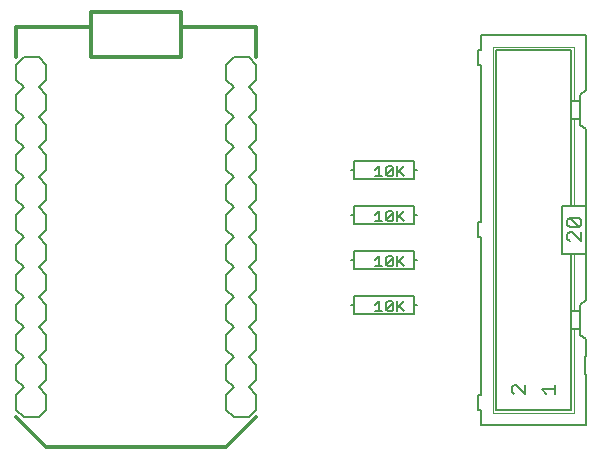
<source format=gto>
G75*
G70*
%OFA0B0*%
%FSLAX24Y24*%
%IPPOS*%
%LPD*%
%AMOC8*
5,1,8,0,0,1.08239X$1,22.5*
%
%ADD10C,0.0060*%
%ADD11C,0.0020*%
%ADD12C,0.0050*%
%ADD13C,0.0080*%
%ADD14C,0.0120*%
D10*
X015155Y005210D02*
X015382Y005210D01*
X015268Y005210D02*
X015268Y005550D01*
X015155Y005437D01*
X015523Y005494D02*
X015523Y005267D01*
X015750Y005494D01*
X015750Y005267D01*
X015694Y005210D01*
X015580Y005210D01*
X015523Y005267D01*
X015523Y005494D02*
X015580Y005550D01*
X015694Y005550D01*
X015750Y005494D01*
X015892Y005550D02*
X015892Y005210D01*
X015892Y005323D02*
X016119Y005550D01*
X015948Y005380D02*
X016119Y005210D01*
X016119Y006710D02*
X015948Y006880D01*
X015892Y006823D02*
X016119Y007050D01*
X015892Y007050D02*
X015892Y006710D01*
X015750Y006767D02*
X015694Y006710D01*
X015580Y006710D01*
X015523Y006767D01*
X015750Y006994D01*
X015750Y006767D01*
X015523Y006767D02*
X015523Y006994D01*
X015580Y007050D01*
X015694Y007050D01*
X015750Y006994D01*
X015382Y006710D02*
X015155Y006710D01*
X015268Y006710D02*
X015268Y007050D01*
X015155Y006937D01*
X015155Y008210D02*
X015382Y008210D01*
X015268Y008210D02*
X015268Y008550D01*
X015155Y008437D01*
X015523Y008494D02*
X015523Y008267D01*
X015750Y008494D01*
X015750Y008267D01*
X015694Y008210D01*
X015580Y008210D01*
X015523Y008267D01*
X015523Y008494D02*
X015580Y008550D01*
X015694Y008550D01*
X015750Y008494D01*
X015892Y008550D02*
X015892Y008210D01*
X015892Y008323D02*
X016119Y008550D01*
X015948Y008380D02*
X016119Y008210D01*
X016119Y009710D02*
X015948Y009880D01*
X015892Y009823D02*
X016119Y010050D01*
X015892Y010050D02*
X015892Y009710D01*
X015750Y009767D02*
X015694Y009710D01*
X015580Y009710D01*
X015523Y009767D01*
X015750Y009994D01*
X015750Y009767D01*
X015523Y009767D02*
X015523Y009994D01*
X015580Y010050D01*
X015694Y010050D01*
X015750Y009994D01*
X015382Y009710D02*
X015155Y009710D01*
X015268Y009710D02*
X015268Y010050D01*
X015155Y009937D01*
X018580Y008180D02*
X018580Y007680D01*
X018680Y007680D01*
X018680Y002430D01*
X018580Y002430D01*
X018580Y001930D01*
X018680Y001930D01*
X018680Y001430D01*
X022180Y001430D01*
X022180Y003130D01*
X022130Y003130D01*
X022130Y003730D01*
X022180Y003730D01*
X022180Y004280D01*
X021980Y004430D01*
X021980Y004630D01*
X021980Y005230D01*
X021980Y005430D01*
X022180Y005580D01*
X022180Y007130D01*
X021780Y007130D01*
X021680Y007130D01*
X021680Y005230D01*
X021680Y004630D01*
X021680Y001930D01*
X019180Y001930D01*
X019180Y013930D01*
X021680Y013930D01*
X021680Y012230D01*
X021680Y011630D01*
X021680Y008730D01*
X021780Y008730D01*
X022180Y008730D01*
X022180Y007130D01*
X021680Y007130D02*
X021380Y007130D01*
X021380Y008730D01*
X021680Y008730D01*
X022180Y008730D02*
X022180Y011280D01*
X021980Y011430D01*
X021980Y011630D01*
X021980Y012230D01*
X021780Y012230D01*
X021680Y012230D01*
X021980Y012230D02*
X021980Y012430D01*
X022180Y012580D01*
X022180Y014430D01*
X018680Y014430D01*
X018680Y013930D01*
X018580Y013930D01*
X018580Y013430D01*
X018680Y013430D01*
X018680Y008180D01*
X018580Y008180D01*
X021680Y005230D02*
X021780Y005230D01*
X021980Y005230D01*
X021980Y004630D02*
X021780Y004630D01*
X021680Y004630D01*
X021680Y011630D02*
X021780Y011630D01*
X021980Y011630D01*
D11*
X021780Y011630D02*
X021780Y008730D01*
X021780Y007130D02*
X021780Y005230D01*
X021780Y004630D02*
X021780Y001830D01*
X019080Y001830D01*
X019080Y014030D01*
X021780Y014030D01*
X021780Y012230D01*
D12*
X021630Y008316D02*
X021930Y008316D01*
X022005Y008241D01*
X022005Y008090D01*
X021930Y008015D01*
X021630Y008316D01*
X021555Y008241D01*
X021555Y008090D01*
X021630Y008015D01*
X021930Y008015D01*
X022005Y007855D02*
X022005Y007555D01*
X021705Y007855D01*
X021630Y007855D01*
X021555Y007780D01*
X021555Y007630D01*
X021630Y007555D01*
X021155Y002755D02*
X021155Y002455D01*
X021155Y002605D02*
X020705Y002605D01*
X020855Y002455D01*
X020155Y002455D02*
X019855Y002755D01*
X019780Y002755D01*
X019705Y002680D01*
X019705Y002530D01*
X019780Y002455D01*
X020155Y002455D02*
X020155Y002755D01*
D13*
X016430Y005130D02*
X016430Y005430D01*
X016530Y005430D01*
X016430Y005430D02*
X016430Y005730D01*
X014430Y005730D01*
X014430Y005430D01*
X014330Y005430D01*
X014430Y005430D02*
X014430Y005130D01*
X016430Y005130D01*
X016430Y006630D02*
X014430Y006630D01*
X014430Y006930D01*
X014330Y006930D01*
X014430Y006930D02*
X014430Y007230D01*
X016430Y007230D01*
X016430Y006930D01*
X016530Y006930D01*
X016430Y006930D02*
X016430Y006630D01*
X016430Y008130D02*
X014430Y008130D01*
X014430Y008430D01*
X014330Y008430D01*
X014430Y008430D02*
X014430Y008730D01*
X016430Y008730D01*
X016430Y008430D01*
X016530Y008430D01*
X016430Y008430D02*
X016430Y008130D01*
X016430Y009630D02*
X014430Y009630D01*
X014430Y009930D01*
X014330Y009930D01*
X014430Y009930D02*
X014430Y010230D01*
X016430Y010230D01*
X016430Y009930D01*
X016530Y009930D01*
X016430Y009930D02*
X016430Y009630D01*
X011180Y009430D02*
X011180Y008930D01*
X010930Y008680D01*
X011180Y008430D01*
X011180Y007930D01*
X010930Y007680D01*
X011180Y007430D01*
X011180Y006930D01*
X010930Y006680D01*
X011180Y006430D01*
X011180Y005930D01*
X010930Y005680D01*
X011180Y005430D01*
X011180Y004930D01*
X010930Y004680D01*
X011180Y004430D01*
X011180Y003930D01*
X010930Y003680D01*
X011180Y003430D01*
X011180Y002930D01*
X010930Y002680D01*
X011180Y002430D01*
X011180Y001930D01*
X010930Y001680D01*
X010430Y001680D01*
X010180Y001930D01*
X010180Y002430D01*
X010430Y002680D01*
X010180Y002930D01*
X010180Y003430D01*
X010430Y003680D01*
X010180Y003930D01*
X010180Y004430D01*
X010430Y004680D01*
X010180Y004930D01*
X010180Y005430D01*
X010430Y005680D01*
X010180Y005930D01*
X010180Y006430D01*
X010430Y006680D01*
X010180Y006930D01*
X010180Y007430D01*
X010430Y007680D01*
X010180Y007930D01*
X010180Y008430D01*
X010430Y008680D01*
X010180Y008930D01*
X010180Y009430D01*
X010430Y009680D01*
X010180Y009930D01*
X010180Y010430D01*
X010430Y010680D01*
X010180Y010930D01*
X010180Y011430D01*
X010430Y011680D01*
X010180Y011930D01*
X010180Y012430D01*
X010430Y012680D01*
X010180Y012930D01*
X010180Y013430D01*
X010430Y013680D01*
X010930Y013680D01*
X011180Y013430D01*
X011180Y012930D01*
X010930Y012680D01*
X011180Y012430D01*
X011180Y011930D01*
X010930Y011680D01*
X011180Y011430D01*
X011180Y010930D01*
X010930Y010680D01*
X011180Y010430D01*
X011180Y009930D01*
X010930Y009680D01*
X011180Y009430D01*
X004180Y009430D02*
X004180Y008930D01*
X003930Y008680D01*
X004180Y008430D01*
X004180Y007930D01*
X003930Y007680D01*
X004180Y007430D01*
X004180Y006930D01*
X003930Y006680D01*
X004180Y006430D01*
X004180Y005930D01*
X003930Y005680D01*
X004180Y005430D01*
X004180Y004930D01*
X003930Y004680D01*
X004180Y004430D01*
X004180Y003930D01*
X003930Y003680D01*
X004180Y003430D01*
X004180Y002930D01*
X003930Y002680D01*
X004180Y002430D01*
X004180Y001930D01*
X003930Y001680D01*
X003430Y001680D01*
X003180Y001930D01*
X003180Y002430D01*
X003430Y002680D01*
X003180Y002930D01*
X003180Y003430D01*
X003430Y003680D01*
X003180Y003930D01*
X003180Y004430D01*
X003430Y004680D01*
X003180Y004930D01*
X003180Y005430D01*
X003430Y005680D01*
X003180Y005930D01*
X003180Y006430D01*
X003430Y006680D01*
X003180Y006930D01*
X003180Y007430D01*
X003430Y007680D01*
X003180Y007930D01*
X003180Y008430D01*
X003430Y008680D01*
X003180Y008930D01*
X003180Y009430D01*
X003430Y009680D01*
X003180Y009930D01*
X003180Y010430D01*
X003430Y010680D01*
X003180Y010930D01*
X003180Y011430D01*
X003430Y011680D01*
X003180Y011930D01*
X003180Y012430D01*
X003430Y012680D01*
X003180Y012930D01*
X003180Y013430D01*
X003430Y013680D01*
X003930Y013680D01*
X004180Y013430D01*
X004180Y012930D01*
X003930Y012680D01*
X004180Y012430D01*
X004180Y011930D01*
X003930Y011680D01*
X004180Y011430D01*
X004180Y010930D01*
X003930Y010680D01*
X004180Y010430D01*
X004180Y009930D01*
X003930Y009680D01*
X004180Y009430D01*
D14*
X003180Y001680D02*
X004180Y000680D01*
X010180Y000680D01*
X011180Y001680D01*
X011180Y013680D02*
X011180Y014680D01*
X008680Y014680D01*
X008680Y013680D01*
X005680Y013680D01*
X005680Y014680D01*
X003180Y014680D01*
X003180Y013680D01*
X005680Y014680D02*
X005680Y015180D01*
X008680Y015180D01*
X008680Y014680D01*
M02*

</source>
